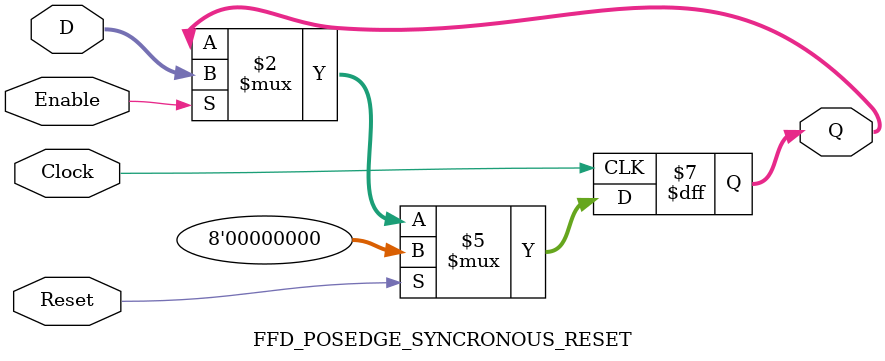
<source format=v>
`timescale 1ns / 1ps
`include "Definitions.v"
module UPCOUNTER_POSEDGE # (parameter SIZE=16)
(
input wire Clock, Reset,
input wire [SIZE-1:0] Initial,
input wire Enable,
output reg [SIZE-1:0] Q
);


  always @(posedge Clock )
  begin
      if (Reset)
        Q = Initial;
      else
		begin
		if (Enable)
			Q = Q + 1;

		end
  end

endmodule
//----------------------------------------------------
module FFD_POSEDGE_SYNCRONOUS_RESET # ( parameter SIZE=8 )
(
	input wire				Clock,
	input wire				Reset,
	input wire				Enable,
	input wire [SIZE-1:0]	D,
	output reg [SIZE-1:0]	Q
);


always @ (posedge Clock)
begin
	if ( Reset )
		Q <= 0;
	else
	begin
		if (Enable)
			Q <= D;
	end

end//always

endmodule
//----------------------------------------------------------------------
// module MUX # ( parameter SIZE=16 )
// (
// 	input wire						Clock,
// 	input wire [SIZE-1:0]		in0,
// 	input wire [SIZE-1:0]		in1,
// 	input wire [SIZE-1:0]  		in2,
// 	input wire [SIZE-1:0]		in3,
// 	input wire [1:0]				select,
// 	output reg [SIZE-1:0]	   out
// );
//
// always @ (*)
// begin
// 		case(select)
// 			2'b00 :
// 				begin
// 					out <= in0;
// 				end
// 			2'b01 :
// 				begin
// 					out <= in1;
// 				end
// 			2'b10 :
// 				begin
// 					out <= in2;
// 				end
// 			2'b11 :
// 				begin
// 					out <= in3;
// 				end
// 			default :
// 				begin
// 					out <= 16'hCAFE;
// 				end
// 		endcase
//
// end//always
//
// endmodule
//----------------------------------------------------------------------

//Multiplicador ejercicio 2 y 3

//module MULTIPLICADOR3 # (parameter SIZE=16)
//(
//	input wire [SIZE-2:2] Ci,
//	input wire [SIZE-1:0] iA,
//	input wire [SIZE-1:0] iB,
//	output reg Co,
//	output reg [SIZE:0] Res
//);
//	assign Ci[0] = 1'b0;
//	assign Co = Ci[SIZE];
//
//	genvar i;
//	generate
//		for (i=1; i<SIZE-1, i=i+1)
//		begin: mult_cell
//			assign Res[0] = iA[0]&iB[0];
//			assign {Ci[i+1],Res[i]} = iA[i]&iB[0] + iA[i-1]&iB[1] + Ci[i];
//			assign {Ci[SIZE],Res[SIZE-1]} = iA[SIZE-1]&iB[1] + Ci[SIZE-1];
//		end
//	endgenerate
//
//
//
//endmodule

//----------------------------------------------------------------------
//----------------------------------------------------------------------
// Mdulo keyboard para controlar el PS/2
/*module keyboard
(
	input wire Reset,
	input wire PS2_CLK,
	input wire PS2_DATA,
	output reg [7:0] XRedCounter,
	output reg [7:0] YRedCounter,
	output reg [2:0] ColorReg
);
//------------------------------------------------------------------------
//------------------------------------------------------------------------
reg [7:0] ScanCode;
reg [8:0] rDataBuffer;
reg Done, Read;
reg [3:0] ClockCounter;
reg rFlagF0, rFlagNoError;
//------------------------------------------------------------------------
//------------------------------------------------------------------------
always @ (negedge PS2_CLK or posedge Reset) begin
	if (Reset) begin

		ClockCounter <= 0;
		Read <= 1;
		Done <= 0;
		end

	else begin
		if (Read == 1'b1 && PS2_DATA == 1'b0) begin

			Read <= 0;
			Done <= 0;
			end

		else if (Read == 1'b0) begin
			if (ClockCounter < 9) begin

				ClockCounter <= ClockCounter + 1;
				rDataBuffer <= {PS2_DATA, rDataBuffer[8:1]};
				Done <= 0;
				end

			else begin

				ClockCounter <= 1'b0;
				Done <= 1;
				ScanCode <= rDataBuffer[7:0];
				Read <= 1;

				if (^ScanCode == rDataBuffer[8])

					rFlagNoError <= 1'b0;

				else

					rFlagNoError <= 1'b1;

				end

		end
	end
end
//------------------------------------------------------------------------
//------------------------------------------------------------------------
always @ (posedge Done or posedge Reset) begin
	if (Reset) begin

		XRedCounter <= 8'b0;
		YRedCounter <= 8'b0;
		rFlagF0 <= 1'b0;
		ColorReg <= 3'b1;
		end

	else begin
		if (rFlagF0) begin

			rFlagF0 <= 1'b0;

		end
		else
		//------------------------------------------------------------------------
		case (ScanCode)
			`W: begin
				YRedCounter <= YRedCounter - 8'd32;
				XRedCounter <= XRedCounter;
				rFlagF0 <= rFlagF0;
				ColorReg <= ColorReg;
			end
//------------------------------------------------------------------------
			`S: begin
				YRedCounter <= YRedCounter + 8'd32;
				XRedCounter <= XRedCounter;
				rFlagF0 <= rFlagF0;
				ColorReg <= ColorReg;
			end
//------------------------------------------------------------------------
			`A: begin
				YRedCounter <= YRedCounter;
				XRedCounter <= XRedCounter - 8'd32;
				rFlagF0 <= rFlagF0;
				ColorReg <= ColorReg;
			end
//------------------------------------------------------------------------
			`D: begin
				YRedCounter <= YRedCounter;
				XRedCounter <= XRedCounter + 8'd32;
				rFlagF0 <= rFlagF0;
				ColorReg <= ColorReg;
			end
//------------------------------------------------------------------------
			8'hF0: begin	//Seal de finalizacion del PS2
				YRedCounter <= YRedCounter;
				XRedCounter <= XRedCounter;
				rFlagF0 <= 1'b1;
				ColorReg <= ColorReg;
			end
//------------------------------------------------------------------------
			8'h29: begin	//29 = Barra Espaciadora
				ColorReg <= ColorReg + 3'b1;
				YRedCounter <= YRedCounter;
				XRedCounter <= XRedCounter;
				rFlagF0 <= rFlagF0;
			end

			default: begin
				YRedCounter <= YRedCounter;
				XRedCounter <= XRedCounter;
				rFlagF0 <= rFlagF0;
				ColorReg <= ColorReg;
			end
		endcase
	end
end

endmodule*/

/*module VGA_controller
(
	input wire				slow_clock,
	input wire 				Reset,
	input wire	[2:0]		iVGA_RGB,
	input wire  [2:0]		iColorCuadro,
	input wire  [7:0]		iXRedCounter,
	input wire  [7:0]		iYRedCounter,
	output wire	[2:0]		oVGA_RGB,
	output wire				oHsync,
	output wire				oVsync,
	output wire [9:0]		oVcounter,
	output wire [9:0]		oHcounter
);
wire iVGA_R, iVGA_G, iVGA_B;
wire oVGA_R, oVGA_G, oVGA_B;
wire wEndline;
wire [3:0] wMarco; //, wCuadro;
wire [2:0] wVGAOutputSelection;

assign wMarco = 3'b0;
//assign wCuadro = 3'b100;
assign wVGAOutputSelection = ( ((oHcounter >= iXRedCounter + 10'd240) && (oHcounter <= iXRedCounter + 10'd240 + 10'd32)) &&
										 ((oVcounter >= iYRedCounter + 10'd141) && (oVcounter <= iYRedCounter + 10'd141 + 8'd32))) ?
										iColorCuadro : {iVGA_R, iVGA_G, iVGA_B};

assign iVGA_R = iVGA_RGB[2];
assign iVGA_G = iVGA_RGB[1];
assign iVGA_B = iVGA_RGB[0];
assign oVGA_RGB = {oVGA_R, oVGA_G, oVGA_B};

assign oHsync = (oHcounter < 704) ? 1'b1 : 1'b0;
assign wEndline = (oHcounter == 799);
assign oVsync = (oVcounter < 519) ? 1'b1 : 1'b0;

// Marco negro e imagen de 256*256
assign {oVGA_R, oVGA_G, oVGA_B} = (oVcounter < 141 || oVcounter >= 397 ||
					  oHcounter < 240 || oHcounter > 496) ?
					  wMarco : wVGAOutputSelection;

UPCOUNTER_POSEDGE # (10) HORIZONTAL_COUNTER
(
	.Clock	(   slow_clock   ),
	.Reset	( (oHcounter > 799) || Reset 		),
	.Initial	( 10'b0  			),
	.Enable	(  1'b1				),
	.Q			(	oHcounter      )
);

UPCOUNTER_POSEDGE # (10) VERTICAL_COUNTER
(
	.Clock	( slow_clock    ),
	.Reset	( (oVcounter > 520) || Reset ),
	.Initial	( 10'b0  			),
	.Enable	( wEndline            ),
	.Q			( oVcounter      )
);

endmodule*/

</source>
